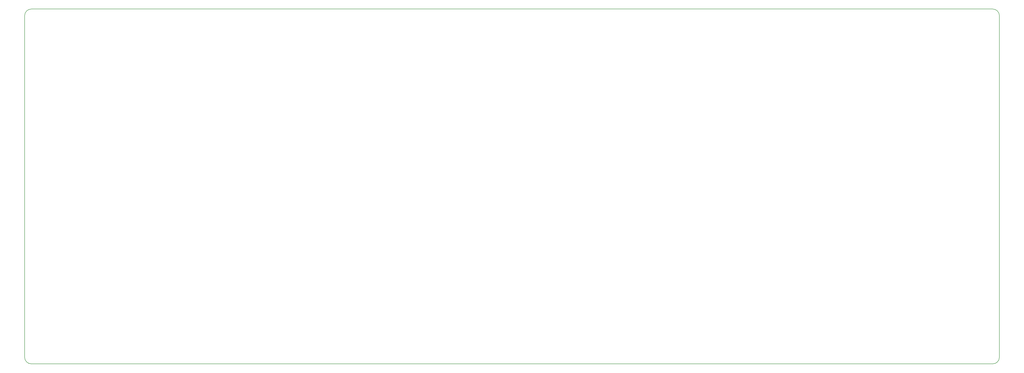
<source format=gbr>
%TF.GenerationSoftware,KiCad,Pcbnew,(5.99.0-2555-g9cc6a77cc-dirty)*%
%TF.CreationDate,2020-08-05T15:04:55-04:00*%
%TF.ProjectId,bottom,626f7474-6f6d-42e6-9b69-6361645f7063,rev?*%
%TF.SameCoordinates,Original*%
%TF.FileFunction,Profile,NP*%
%FSLAX46Y46*%
G04 Gerber Fmt 4.6, Leading zero omitted, Abs format (unit mm)*
G04 Created by KiCad (PCBNEW (5.99.0-2555-g9cc6a77cc-dirty)) date 2020-08-05 15:04:55*
%MOMM*%
%LPD*%
G01*
G04 APERTURE LIST*
%TA.AperFunction,Profile*%
%ADD10C,0.200000*%
%TD*%
G04 APERTURE END LIST*
D10*
X315700000Y86852446D02*
X315700000Y-52000000D01*
X-79699999Y86852446D02*
G75*
G02*
X-76999999Y89552446I2700000J0D01*
G01*
X-79699999Y-52000000D02*
X-79699999Y86852446D01*
X315700000Y-52000000D02*
G75*
G02*
X313000000Y-54700000I-2700000J0D01*
G01*
X-76999999Y-54700000D02*
G75*
G02*
X-79699999Y-52000000I0J2700000D01*
G01*
X-76999999Y89552446D02*
X313000000Y89552446D01*
X313000000Y89552446D02*
G75*
G02*
X315700000Y86852446I0J-2700000D01*
G01*
X313000000Y-54700000D02*
X-76999999Y-54700000D01*
M02*

</source>
